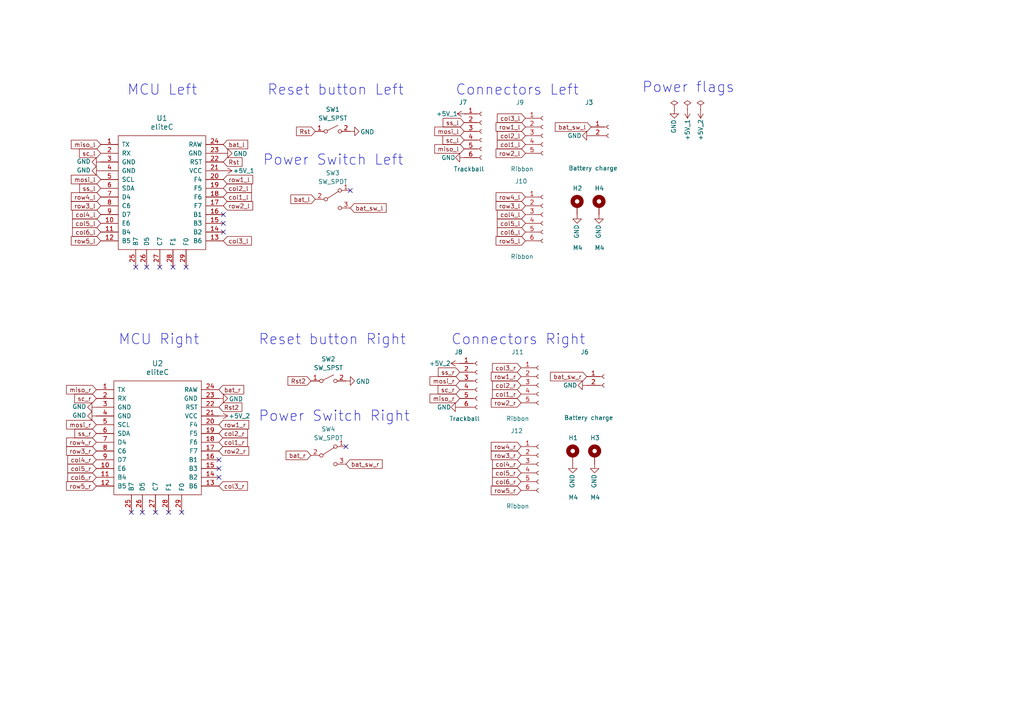
<source format=kicad_sch>
(kicad_sch (version 20250114) (generator "eeschema") (generator_version "9.0")
  (paper "A4")
  (title_block (title "Elite-C holder") (date "2022-02-13") (rev "2.0") (company "BastardKB x KarlK90") (comment 1 "Licensed under CERN-OHL-W v2"))
  (lib_symbols
    (symbol "+5V_1" (power) (pin_names (offset 0))
      (property "Value" "+5V" (at 0 3.556 0))
      (symbol "+5V_1_0_1"
        (polyline (pts (xy -0.762 1.27) (xy 0 2.54)))
        (polyline (pts (xy 0 2.54) (xy 0.762 1.27)))
        (polyline (pts (xy 0 0) (xy 0 2.54)))
      )
      (symbol "+5V_1_1_1"
        (pin power_in line (at 0 0 90) (length 0) (hide yes) (name "+5V") (number "1"))
      )
    )
    (symbol "+5V_2" (power) (pin_names (offset 0))
      (property "Value" "+5V" (at 0 3.556 0))
      (symbol "+5V_2_0_1"
        (polyline (pts (xy -0.762 1.27) (xy 0 2.54)))
        (polyline (pts (xy 0 2.54) (xy 0.762 1.27)))
        (polyline (pts (xy 0 0) (xy 0 2.54)))
      )
      (symbol "+5V_2_1_1"
        (pin power_in line (at 0 0 90) (length 0) (hide yes) (name "+5V") (number "1"))
      )
    )
    (symbol "+5V_3" (power) (pin_names (offset 0))
      (property "Value" "+5V" (at 0 3.556 0))
      (symbol "+5V_3_0_1"
        (polyline (pts (xy -0.762 1.27) (xy 0 2.54)))
        (polyline (pts (xy 0 2.54) (xy 0.762 1.27)))
        (polyline (pts (xy 0 0) (xy 0 2.54)))
      )
      (symbol "+5V_3_1_1"
        (pin power_in line (at 0 0 90) (length 0) (hide yes) (name "+5V") (number "1"))
      )
    )
    (symbol "Connector:Conn_01x02_Female" (pin_names (offset 1.016) (hide yes))
      (property "Reference" "J" (at 0 2.54 0))
      (property "Value" "Conn_01x02_Female" (at 0 -5.08 0))
      (symbol "Conn_01x02_Female_1_1"
        (polyline (pts (xy -1.27 0) (xy -0.508 0)) (stroke (width 0.1524)))
        (polyline (pts (xy -1.27 -2.54) (xy -0.508 -2.54)) (stroke (width 0.1524)))
        (arc (start 0 -0.508) (mid -0.5058 0) (end 0 0.508) (stroke (width 0.1524)))
        (arc (start 0 -3.048) (mid -0.5058 -2.54) (end 0 -2.032) (stroke (width 0.1524)))
        (pin passive line (at -5.08 0 0) (length 3.81) (name "Pin_1") (number "1"))
        (pin passive line (at -5.08 -2.54 0) (length 3.81) (name "Pin_2") (number "2"))
      )
    )
    (symbol "Connector:Conn_01x05_Female" (pin_names (offset 1.016) (hide yes))
      (property "Reference" "J" (at 0 7.62 0))
      (property "Value" "Conn_01x05_Female" (at 0 -7.62 0))
      (symbol "Conn_01x05_Female_1_1"
        (polyline (pts (xy -1.27 5.08) (xy -0.508 5.08)) (stroke (width 0.1524)))
        (polyline (pts (xy -1.27 2.54) (xy -0.508 2.54)) (stroke (width 0.1524)))
        (polyline (pts (xy -1.27 0) (xy -0.508 0)) (stroke (width 0.1524)))
        (polyline (pts (xy -1.27 -2.54) (xy -0.508 -2.54)) (stroke (width 0.1524)))
        (polyline (pts (xy -1.27 -5.08) (xy -0.508 -5.08)) (stroke (width 0.1524)))
        (arc (start 0 4.572) (mid -0.5058 5.08) (end 0 5.588) (stroke (width 0.1524)))
        (arc (start 0 2.032) (mid -0.5058 2.54) (end 0 3.048) (stroke (width 0.1524)))
        (arc (start 0 -0.508) (mid -0.5058 0) (end 0 0.508) (stroke (width 0.1524)))
        (arc (start 0 -3.048) (mid -0.5058 -2.54) (end 0 -2.032) (stroke (width 0.1524)))
        (arc (start 0 -5.588) (mid -0.5058 -5.08) (end 0 -4.572) (stroke (width 0.1524)))
        (pin passive line (at -5.08 5.08 0) (length 3.81) (name "Pin_1") (number "1"))
        (pin passive line (at -5.08 2.54 0) (length 3.81) (name "Pin_2") (number "2"))
        (pin passive line (at -5.08 0 0) (length 3.81) (name "Pin_3") (number "3"))
        (pin passive line (at -5.08 -2.54 0) (length 3.81) (name "Pin_4") (number "4"))
        (pin passive line (at -5.08 -5.08 0) (length 3.81) (name "Pin_5") (number "5"))
      )
    )
    (symbol "Connector:Conn_01x06_Female" (pin_names (offset 1.016) (hide yes))
      (property "Reference" "J" (at 0 7.62 0))
      (property "Value" "Conn_01x06_Female" (at 0 -10.16 0))
      (symbol "Conn_01x06_Female_1_1"
        (polyline (pts (xy -1.27 5.08) (xy -0.508 5.08)) (stroke (width 0.1524)))
        (polyline (pts (xy -1.27 2.54) (xy -0.508 2.54)) (stroke (width 0.1524)))
        (polyline (pts (xy -1.27 0) (xy -0.508 0)) (stroke (width 0.1524)))
        (polyline (pts (xy -1.27 -2.54) (xy -0.508 -2.54)) (stroke (width 0.1524)))
        (polyline (pts (xy -1.27 -5.08) (xy -0.508 -5.08)) (stroke (width 0.1524)))
        (polyline (pts (xy -1.27 -7.62) (xy -0.508 -7.62)) (stroke (width 0.1524)))
        (arc (start 0 4.572) (mid -0.5058 5.08) (end 0 5.588) (stroke (width 0.1524)))
        (arc (start 0 2.032) (mid -0.5058 2.54) (end 0 3.048) (stroke (width 0.1524)))
        (arc (start 0 -0.508) (mid -0.5058 0) (end 0 0.508) (stroke (width 0.1524)))
        (arc (start 0 -3.048) (mid -0.5058 -2.54) (end 0 -2.032) (stroke (width 0.1524)))
        (arc (start 0 -5.588) (mid -0.5058 -5.08) (end 0 -4.572) (stroke (width 0.1524)))
        (arc (start 0 -8.128) (mid -0.5058 -7.62) (end 0 -7.112) (stroke (width 0.1524)))
        (pin passive line (at -5.08 5.08 0) (length 3.81) (name "Pin_1") (number "1"))
        (pin passive line (at -5.08 2.54 0) (length 3.81) (name "Pin_2") (number "2"))
        (pin passive line (at -5.08 0 0) (length 3.81) (name "Pin_3") (number "3"))
        (pin passive line (at -5.08 -2.54 0) (length 3.81) (name "Pin_4") (number "4"))
        (pin passive line (at -5.08 -5.08 0) (length 3.81) (name "Pin_5") (number "5"))
        (pin passive line (at -5.08 -7.62 0) (length 3.81) (name "Pin_6") (number "6"))
      )
    )
    (symbol "Mechanical:MountingHole_Pad" (pin_numbers (hide yes)) (pin_names (offset 1.016) (hide yes))
      (property "Reference" "H" (at 0 6.35 0))
      (property "Value" "MountingHole_Pad" (at 0 4.445 0))
      (symbol "MountingHole_Pad_0_1"
        (circle (center 0 1.27) (radius 1.27) (stroke (width 1.27)))
      )
      (symbol "MountingHole_Pad_1_1"
        (pin input line (at 0 -2.54 90) (length 2.54) (name "1") (number "1"))
      )
    )
    (symbol "Switch:SW_SPDT" (pin_names (offset 0) (hide yes))
      (property "Reference" "SW" (at 0 4.318 0))
      (property "Value" "SW_SPDT" (at 0 -5.08 0))
      (symbol "SW_SPDT_0_0"
        (circle (center -2.032 0) (radius 0.508))
        (circle (center 2.032 -2.54) (radius 0.508))
      )
      (symbol "SW_SPDT_0_1"
        (polyline (pts (xy -1.524 0.254) (xy 1.651 2.286)))
        (circle (center 2.032 2.54) (radius 0.508))
      )
      (symbol "SW_SPDT_1_1"
        (pin passive line (at -5.08 0 0) (length 2.54) (name "B") (number "2"))
        (pin passive line (at 5.08 2.54 180) (length 2.54) (name "A") (number "1"))
        (pin passive line (at 5.08 -2.54 180) (length 2.54) (name "C") (number "3"))
      )
    )
    (symbol "Switch:SW_SPST" (pin_names (offset 0) (hide yes))
      (property "Reference" "SW" (at 0 3.175 0))
      (property "Value" "SW_SPST" (at 0 -2.54 0))
      (symbol "SW_SPST_0_0"
        (circle (center -2.032 0) (radius 0.508))
        (polyline (pts (xy -1.524 0.254) (xy 1.524 1.778)))
        (circle (center 2.032 0) (radius 0.508))
      )
      (symbol "SW_SPST_1_1"
        (pin passive line (at -5.08 0 0) (length 2.54) (name "A") (number "1"))
        (pin passive line (at 5.08 0 180) (length 2.54) (name "B") (number "2"))
      )
    )
    (symbol "elite-C:eliteC" (pin_names (offset 1.016))
      (property "Reference" "U" (at 0 24.13 0))
      (property "Value" "eliteC" (at 0 -13.97 0))
      (symbol "eliteC_0_1"
        (rectangle (start -12.7 21.59) (end 12.7 -11.43))
      )
      (symbol "eliteC_1_1"
        (pin bidirectional line (at -17.78 19.05 0) (length 5.08) (name "TX") (number "1"))
        (pin bidirectional line (at -17.78 16.51 0) (length 5.08) (name "RX") (number "2"))
        (pin power_in line (at -17.78 13.97 0) (length 5.08) (name "GND") (number "3"))
        (pin power_in line (at -17.78 11.43 0) (length 5.08) (name "GND") (number "4"))
        (pin bidirectional line (at -17.78 8.89 0) (length 5.08) (name "SCL") (number "5"))
        (pin bidirectional line (at -17.78 6.35 0) (length 5.08) (name "SDA") (number "6"))
        (pin bidirectional line (at -17.78 3.81 0) (length 5.08) (name "D4") (number "7"))
        (pin bidirectional line (at -17.78 1.27 0) (length 5.08) (name "C6") (number "8"))
        (pin bidirectional line (at -17.78 -1.27 0) (length 5.08) (name "D7") (number "9"))
        (pin bidirectional line (at -17.78 -3.81 0) (length 5.08) (name "E6") (number "10"))
        (pin bidirectional line (at -17.78 -6.35 0) (length 5.08) (name "B4") (number "11"))
        (pin bidirectional line (at -17.78 -8.89 0) (length 5.08) (name "B5") (number "12"))
        (pin bidirectional line (at -7.62 -16.51 90) (length 5.08) (name "B7") (number "25"))
        (pin bidirectional line (at -4.445 -16.51 90) (length 5.08) (name "D5") (number "26"))
        (pin bidirectional line (at -0.635 -16.51 90) (length 5.08) (name "C7") (number "27"))
        (pin bidirectional line (at 3.175 -16.51 90) (length 5.08) (name "F1") (number "28"))
        (pin bidirectional line (at 6.985 -16.51 90) (length 5.08) (name "F0") (number "29"))
        (pin power_out line (at 17.78 19.05 180) (length 5.08) (name "RAW") (number "24"))
        (pin power_in line (at 17.78 16.51 180) (length 5.08) (name "GND") (number "23"))
        (pin input line (at 17.78 13.97 180) (length 5.08) (name "RST") (number "22"))
        (pin power_in line (at 17.78 11.43 180) (length 5.08) (name "VCC") (number "21"))
        (pin bidirectional line (at 17.78 8.89 180) (length 5.08) (name "F4") (number "20"))
        (pin bidirectional line (at 17.78 6.35 180) (length 5.08) (name "F5") (number "19"))
        (pin bidirectional line (at 17.78 3.81 180) (length 5.08) (name "F6") (number "18"))
        (pin bidirectional line (at 17.78 1.27 180) (length 5.08) (name "F7") (number "17"))
        (pin bidirectional line (at 17.78 -1.27 180) (length 5.08) (name "B1") (number "16"))
        (pin bidirectional line (at 17.78 -3.81 180) (length 5.08) (name "B3") (number "15"))
        (pin bidirectional line (at 17.78 -6.35 180) (length 5.08) (name "B2") (number "14"))
        (pin bidirectional line (at 17.78 -8.89 180) (length 5.08) (name "B6") (number "13"))
      )
    )
    (symbol "power:GND" (power) (pin_names (offset 0))
      (property "Value" "GND" (at 0 -3.81 0))
      (symbol "GND_0_1"
        (polyline (pts (xy 0 0) (xy 0 -1.27) (xy 1.27 -1.27) (xy 0 -2.54) (xy -1.27 -1.27) (xy 0 -1.27)))
      )
      (symbol "GND_1_1"
        (pin power_in line (at 0 0 270) (length 0) (hide yes) (name "GND") (number "1"))
      )
    )
    (symbol "power:PWR_FLAG" (power) (pin_numbers (hide yes)) (pin_names (offset 0) (hide yes))
      (property "Value" "PWR_FLAG" (at 0 3.81 0))
      (symbol "PWR_FLAG_0_0"
        (pin power_out line (at 0 0 90) (length 0) (name "~") (number "1"))
      )
      (symbol "PWR_FLAG_0_1"
        (polyline (pts (xy 0 0) (xy 0 1.27) (xy -1.016 1.905) (xy 0 2.54) (xy 1.016 1.905) (xy 0 1.27)))
      )
    )
  )
  (text "Power Switch Right" (at 74.93 122.555 0) (effects (font (size 3 3)) (justify left bottom)))
  (text "Reset button Left" (at 77.47 27.94 0) (effects (font (size 3 3)) (justify left bottom)))
  (text "Power Switch Left" (at 76.2 48.26 0) (effects (font (size 3 3)) (justify left bottom)))
  (text "Connectors Left" (at 132.08 27.94 0) (effects (font (size 3 3)) (justify left bottom)))
  (text "Reset button Right" (at 74.93 100.33 0) (effects (font (size 3 3)) (justify left bottom)))
  (text "MCU Left" (at 36.83 27.94 0) (effects (font (size 3 3)) (justify left bottom)))
  (text "MCU Right" (at 34.29 100.33 0) (effects (font (size 3 3)) (justify left bottom)))
  (text "Power flags\n" (at 186.182 27.178 0) (effects (font (size 3 3)) (justify left bottom)))
  (text "Connectors Right" (at 130.81 100.33 0) (effects (font (size 3 3)) (justify left bottom)))
  (no_connect (at 63.5 138.43))
  (no_connect (at 63.5 135.89))
  (no_connect (at 64.77 64.77))
  (no_connect (at 100.33 129.54))
  (no_connect (at 45.085 148.59))
  (no_connect (at 64.77 62.23))
  (no_connect (at 50.165 77.47))
  (no_connect (at 42.545 77.47))
  (no_connect (at 101.6 55.245))
  (no_connect (at 52.705 148.59))
  (no_connect (at 53.975 77.47))
  (no_connect (at 38.1 148.59))
  (no_connect (at 48.895 148.59))
  (no_connect (at 64.77 67.31))
  (no_connect (at 41.275 148.59))
  (no_connect (at 63.5 133.35))
  (no_connect (at 46.355 77.47))
  (no_connect (at 39.37 77.47))
  (wire (pts (xy 134.62 33.02) (xy 135.128 33.02)))
  (global_label "sc_l" (shape input) (at 134.62 40.64 180) (property "Intersheetrefs" "${INTERSHEET_REFS}" (effects (hide yes))))
  (global_label "ss_r" (shape input) (at 133.35 107.95 180) (property "Intersheetrefs" "${INTERSHEET_REFS}" (effects (hide yes))))
  (global_label "col2_r" (shape input) (at 63.5 125.73 0) (property "Intersheetrefs" "${INTERSHEET_REFS}" (effects (hide yes))))
  (global_label "row4_r" (shape input) (at 27.94 128.27 180) (property "Intersheetrefs" "${INTERSHEET_REFS}" (effects (hide yes))))
  (global_label "ss_r" (shape input) (at 27.94 125.73 180) (property "Intersheetrefs" "${INTERSHEET_REFS}" (effects (hide yes))))
  (global_label "col5_l" (shape input) (at 29.21 64.77 180) (property "Intersheetrefs" "${INTERSHEET_REFS}" (effects (hide yes))))
  (global_label "col6_l" (shape input) (at 152.4 67.31 180) (property "Intersheetrefs" "${INTERSHEET_REFS}" (effects (hide yes))))
  (global_label "bat_sw_r" (shape input) (at 100.33 134.62 0) (property "Intersheetrefs" "${INTERSHEET_REFS}" (effects (hide yes))))
  (global_label "row2_l" (shape input) (at 64.77 59.69 0) (property "Intersheetrefs" "${INTERSHEET_REFS}" (effects (hide yes))))
  (global_label "col1_l" (shape input) (at 64.77 57.15 0) (property "Intersheetrefs" "${INTERSHEET_REFS}" (effects (hide yes))))
  (global_label "row1_r" (shape input) (at 63.5 123.19 0) (property "Intersheetrefs" "${INTERSHEET_REFS}" (effects (hide yes))))
  (global_label "mosi_r" (shape input) (at 27.94 123.19 180) (property "Intersheetrefs" "${INTERSHEET_REFS}" (effects (hide yes))))
  (global_label "row3_r" (shape input) (at 27.94 130.81 180) (property "Intersheetrefs" "${INTERSHEET_REFS}" (effects (hide yes))))
  (global_label "col1_l" (shape input) (at 152.4 41.91 180) (property "Intersheetrefs" "${INTERSHEET_REFS}" (effects (hide yes))))
  (global_label "col4_r" (shape input) (at 27.94 133.35 180) (property "Intersheetrefs" "${INTERSHEET_REFS}" (effects (hide yes))))
  (global_label "mosi_r" (shape input) (at 133.35 110.49 180) (property "Intersheetrefs" "${INTERSHEET_REFS}" (effects (hide yes))))
  (global_label "row3_l" (shape input) (at 29.21 59.69 180) (property "Intersheetrefs" "${INTERSHEET_REFS}" (effects (hide yes))))
  (global_label "row4_l" (shape input) (at 29.21 57.15 180) (property "Intersheetrefs" "${INTERSHEET_REFS}" (effects (hide yes))))
  (global_label "col6_r" (shape input) (at 27.94 138.43 180) (property "Intersheetrefs" "${INTERSHEET_REFS}" (effects (hide yes))))
  (global_label "col2_l" (shape input) (at 64.77 54.61 0) (property "Intersheetrefs" "${INTERSHEET_REFS}" (effects (hide yes))))
  (global_label "row2_r" (shape input) (at 63.5 130.81 0) (property "Intersheetrefs" "${INTERSHEET_REFS}" (effects (hide yes))))
  (global_label "Rst2" (shape input) (at 63.5 118.11 0) (property "Intersheetrefs" "${INTERSHEET_REFS}" (effects (hide yes))))
  (global_label "col5_r" (shape input) (at 27.94 135.89 180) (property "Intersheetrefs" "${INTERSHEET_REFS}" (effects (hide yes))))
  (global_label "row5_l" (shape input) (at 29.21 69.85 180) (property "Intersheetrefs" "${INTERSHEET_REFS}" (effects (hide yes))))
  (global_label "miso_r" (shape input) (at 27.94 113.03 180) (property "Intersheetrefs" "${INTERSHEET_REFS}" (effects (hide yes))))
  (global_label "row1_r" (shape input) (at 151.13 109.22 180) (property "Intersheetrefs" "${INTERSHEET_REFS}" (effects (hide yes))))
  (global_label "row2_r" (shape input) (at 151.13 116.84 180) (property "Intersheetrefs" "${INTERSHEET_REFS}" (effects (hide yes))))
  (global_label "row5_l" (shape input) (at 152.4 69.85 180) (property "Intersheetrefs" "${INTERSHEET_REFS}" (effects (hide yes))))
  (global_label "bat_l" (shape input) (at 64.77 41.91 0) (property "Intersheetrefs" "${INTERSHEET_REFS}" (effects (hide yes))))
  (global_label "col5_l" (shape input) (at 152.4 64.77 180) (property "Intersheetrefs" "${INTERSHEET_REFS}" (effects (hide yes))))
  (global_label "row4_r" (shape input) (at 151.13 129.54 180) (property "Intersheetrefs" "${INTERSHEET_REFS}" (effects (hide yes))))
  (global_label "Rst" (shape input) (at 91.44 38.1 180) (property "Intersheetrefs" "${INTERSHEET_REFS}" (effects (hide yes))))
  (global_label "bat_sw_r" (shape input) (at 170.18 109.22 180) (property "Intersheetrefs" "${INTERSHEET_REFS}" (effects (hide yes))))
  (global_label "bat_r" (shape input) (at 90.17 132.08 180) (property "Intersheetrefs" "${INTERSHEET_REFS}" (effects (hide yes))))
  (global_label "bat_sw_l" (shape input) (at 171.45 36.83 180) (property "Intersheetrefs" "${INTERSHEET_REFS}" (effects (hide yes))))
  (global_label "row1_l" (shape input) (at 152.4 36.83 180) (property "Intersheetrefs" "${INTERSHEET_REFS}" (effects (hide yes))))
  (global_label "col1_r" (shape input) (at 151.13 114.3 180) (property "Intersheetrefs" "${INTERSHEET_REFS}" (effects (hide yes))))
  (global_label "col3_l" (shape input) (at 64.77 69.85 0) (property "Intersheetrefs" "${INTERSHEET_REFS}" (effects (hide yes))))
  (global_label "col4_r" (shape input) (at 151.13 134.62 180) (property "Intersheetrefs" "${INTERSHEET_REFS}" (effects (hide yes))))
  (global_label "col3_r" (shape input) (at 151.13 106.68 180) (property "Intersheetrefs" "${INTERSHEET_REFS}" (effects (hide yes))))
  (global_label "bat_sw_l" (shape input) (at 101.6 60.325 0) (property "Intersheetrefs" "${INTERSHEET_REFS}" (effects (hide yes))))
  (global_label "ss_l" (shape input) (at 29.21 54.61 180) (property "Intersheetrefs" "${INTERSHEET_REFS}" (effects (hide yes))))
  (global_label "miso_l" (shape input) (at 29.21 41.91 180) (property "Intersheetrefs" "${INTERSHEET_REFS}" (effects (hide yes))))
  (global_label "row2_l" (shape input) (at 152.4 44.45 180) (property "Intersheetrefs" "${INTERSHEET_REFS}" (effects (hide yes))))
  (global_label "row5_r" (shape input) (at 151.13 142.24 180) (property "Intersheetrefs" "${INTERSHEET_REFS}" (effects (hide yes))))
  (global_label "sc_l" (shape input) (at 29.21 44.45 180) (property "Intersheetrefs" "${INTERSHEET_REFS}" (effects (hide yes))))
  (global_label "col5_r" (shape input) (at 151.13 137.16 180) (property "Intersheetrefs" "${INTERSHEET_REFS}" (effects (hide yes))))
  (global_label "col6_l" (shape input) (at 29.21 67.31 180) (property "Intersheetrefs" "${INTERSHEET_REFS}" (effects (hide yes))))
  (global_label "row3_l" (shape input) (at 152.4 59.69 180) (property "Intersheetrefs" "${INTERSHEET_REFS}" (effects (hide yes))))
  (global_label "ss_l" (shape input) (at 134.62 35.56 180) (property "Intersheetrefs" "${INTERSHEET_REFS}" (effects (hide yes))))
  (global_label "miso_r" (shape input) (at 133.35 115.57 180) (property "Intersheetrefs" "${INTERSHEET_REFS}" (effects (hide yes))))
  (global_label "row1_l" (shape input) (at 64.77 52.07 0) (property "Intersheetrefs" "${INTERSHEET_REFS}" (effects (hide yes))))
  (global_label "col3_l" (shape input) (at 152.4 34.29 180) (property "Intersheetrefs" "${INTERSHEET_REFS}" (effects (hide yes))))
  (global_label "col3_r" (shape input) (at 63.5 140.97 0) (property "Intersheetrefs" "${INTERSHEET_REFS}" (effects (hide yes))))
  (global_label "Rst2" (shape input) (at 90.17 110.49 180) (property "Intersheetrefs" "${INTERSHEET_REFS}" (effects (hide yes))))
  (global_label "bat_r" (shape input) (at 63.5 113.03 0) (property "Intersheetrefs" "${INTERSHEET_REFS}" (effects (hide yes))))
  (global_label "Rst" (shape input) (at 64.77 46.99 0) (property "Intersheetrefs" "${INTERSHEET_REFS}" (effects (hide yes))))
  (global_label "row4_l" (shape input) (at 152.4 57.15 180) (property "Intersheetrefs" "${INTERSHEET_REFS}" (effects (hide yes))))
  (global_label "col1_r" (shape input) (at 63.5 128.27 0) (property "Intersheetrefs" "${INTERSHEET_REFS}" (effects (hide yes))))
  (global_label "col6_r" (shape input) (at 151.13 139.7 180) (property "Intersheetrefs" "${INTERSHEET_REFS}" (effects (hide yes))))
  (global_label "row5_r" (shape input) (at 27.94 140.97 180) (property "Intersheetrefs" "${INTERSHEET_REFS}" (effects (hide yes))))
  (global_label "mosi_l" (shape input) (at 29.21 52.07 180) (property "Intersheetrefs" "${INTERSHEET_REFS}" (effects (hide yes))))
  (global_label "sc_r" (shape input) (at 27.94 115.57 180) (property "Intersheetrefs" "${INTERSHEET_REFS}" (effects (hide yes))))
  (global_label "col2_r" (shape input) (at 151.13 111.76 180) (property "Intersheetrefs" "${INTERSHEET_REFS}" (effects (hide yes))))
  (global_label "sc_r" (shape input) (at 133.35 113.03 180) (property "Intersheetrefs" "${INTERSHEET_REFS}" (effects (hide yes))))
  (global_label "bat_l" (shape input) (at 91.44 57.785 180) (property "Intersheetrefs" "${INTERSHEET_REFS}" (effects (hide yes))))
  (global_label "miso_l" (shape input) (at 134.62 43.18 180) (property "Intersheetrefs" "${INTERSHEET_REFS}" (effects (hide yes))))
  (global_label "row3_r" (shape input) (at 151.13 132.08 180) (property "Intersheetrefs" "${INTERSHEET_REFS}" (effects (hide yes))))
  (global_label "col4_l" (shape input) (at 152.4 62.23 180) (property "Intersheetrefs" "${INTERSHEET_REFS}" (effects (hide yes))))
  (global_label "mosi_l" (shape input) (at 134.62 38.1 180) (property "Intersheetrefs" "${INTERSHEET_REFS}" (effects (hide yes))))
  (global_label "col2_l" (shape input) (at 152.4 39.37 180) (property "Intersheetrefs" "${INTERSHEET_REFS}" (effects (hide yes))))
  (global_label "col4_l" (shape input) (at 29.21 62.23 180) (property "Intersheetrefs" "${INTERSHEET_REFS}" (effects (hide yes))))
  (symbol (lib_id "power:GND") (at 27.94 118.11 270) (unit 1)
    (property "Reference" "#PWR0101" (effects (hide yes)))
    (property "Value" "GND" (at 20.9551 117.954 90) (effects (justify left)))
  )
  (symbol (lib_id "Switch:SW_SPST") (at 96.52 38.1 0) (unit 1)
    (property "Reference" "SW1" (at 96.52 31.75 0))
    (property "Value" "SW_SPST" (at 96.52 34.29 0))
    (property "Footprint" "Library:PushSwitch" (effects (hide yes)))
  )
  (symbol (lib_id "elite-C:eliteC") (at 46.99 60.96 0) (unit 1)
    (property "Reference" "U1" (at 46.99 34.29 0) (effects (font (size 1.524 1.524))))
    (property "Value" "eliteC" (at 46.99 36.83 0) (effects (font (size 1.524 1.524))))
    (property "Footprint" "Library:Elite-C" (effects (hide yes)))
  )
  (symbol (lib_id "Connector:Conn_01x05_Female") (at 156.21 111.76 0) (unit 1)
    (property "Reference" "J11" (at 148.336 102.108 0) (effects (justify left)))
    (property "Value" "Ribbon" (at 146.812 121.412 0) (effects (justify left)))
    (property "Footprint" "Library:5_PinHeader" (effects (hide yes)))
  )
  (symbol (lib_id "power:GND") (at 101.6 38.1 90) (unit 1)
    (property "Reference" "#PWR0120" (effects (hide yes)))
    (property "Value" "GND" (at 108.5849 38.256 90) (effects (justify left)))
  )
  (symbol (lib_id "Mechanical:MountingHole_Pad") (at 167.386 59.69 0) (unit 1)
    (property "Reference" "H2" (at 166.116 54.61 0) (effects (justify left)))
    (property "Value" "M4" (at 166.116 71.882 0) (effects (justify left)))
    (property "Footprint" "Library:MountingHole_4mm_Pad_thin" (effects (hide yes)))
  )
  (symbol (lib_id "Connector:Conn_01x06_Female") (at 156.21 134.62 0) (unit 1)
    (property "Reference" "J12" (at 148.082 124.968 0) (effects (justify left)))
    (property "Value" "Ribbon" (at 146.812 146.812 0) (effects (justify left)))
    (property "Footprint" "Library:6_PinHeader" (effects (hide yes)))
  )
  (symbol (lib_name "+5V_3") (lib_id "power:+5V") (at 133.35 105.41 90) (unit 1)
    (property "Reference" "#PWR02" (effects (hide yes)))
    (property "Value" "+5V_2" (at 124.46 105.41 90) (effects (justify right)))
  )
  (symbol (lib_id "elite-C:eliteC") (at 45.72 132.08 0) (unit 1)
    (property "Reference" "U2" (at 45.72 105.41 0) (effects (font (size 1.524 1.524))))
    (property "Value" "eliteC" (at 45.72 107.95 0) (effects (font (size 1.524 1.524))))
    (property "Footprint" "Library:Elite-C" (effects (hide yes)))
  )
  (symbol (lib_name "+5V_1") (lib_id "power:+5V") (at 199.39 31.75 180) (unit 1)
    (property "Reference" "#PWR07" (effects (hide yes)))
    (property "Value" "+5V_1" (at 199.39 34.544 90) (effects (justify left)))
  )
  (symbol (lib_id "power:GND") (at 100.33 110.49 90) (unit 1)
    (property "Reference" "#PWR0109" (effects (hide yes)))
    (property "Value" "GND" (at 107.3149 110.646 90) (effects (justify left)))
  )
  (symbol (lib_id "power:PWR_FLAG") (at 195.58 31.75 0) (unit 1)
    (property "Reference" "#FLG01" (effects (hide yes)))
    (property "Value" "PWR_FLAG" (effects (hide yes)))
    (property "Description" "Special symbol for telling ERC where power comes from" (effects (hide yes)))
  )
  (symbol (lib_id "Connector:Conn_01x06_Female") (at 138.43 110.49 0) (unit 1)
    (property "Reference" "J8" (at 131.826 102.108 0) (effects (justify left)))
    (property "Value" "Trackball" (at 130.302 121.412 0) (effects (justify left)))
    (property "Footprint" "Library:6_PinHeader" (effects (hide yes)))
  )
  (symbol (lib_name "+5V_3") (lib_id "power:+5V") (at 135.128 33.02 90) (unit 1)
    (property "Reference" "#PWR0115" (effects (hide yes)))
    (property "Value" "+5V_1" (at 126.492 33.02 90) (effects (justify right)))
  )
  (symbol (lib_id "power:GND") (at 64.77 44.45 90) (unit 1)
    (property "Reference" "#PWR0117" (effects (hide yes)))
    (property "Value" "GND" (at 71.7549 44.606 90) (effects (justify left)))
  )
  (symbol (lib_id "power:GND") (at 170.18 111.76 270) (unit 1)
    (property "Reference" "#PWR06" (effects (hide yes)))
    (property "Value" "GND" (at 163.322 111.76 90) (effects (justify left)))
  )
  (symbol (lib_id "power:GND") (at 195.58 31.75 0) (unit 1)
    (property "Reference" "#PWR04" (effects (hide yes)))
    (property "Value" "GND" (at 195.424 38.7349 90) (effects (justify left)))
  )
  (symbol (lib_id "power:GND") (at 167.386 62.23 0) (unit 1)
    (property "Reference" "#PWR0129" (effects (hide yes)))
    (property "Value" "GND" (at 167.23 69.2149 90) (effects (justify left)))
  )
  (symbol (lib_name "+5V_2") (lib_id "power:+5V") (at 203.2 31.75 180) (unit 1)
    (property "Reference" "#PWR08" (effects (hide yes)))
    (property "Value" "+5V_2" (at 203.2 34.544 90) (effects (justify left)))
  )
  (symbol (lib_id "power:GND") (at 171.45 39.37 270) (unit 1)
    (property "Reference" "#PWR0108" (effects (hide yes)))
    (property "Value" "GND" (at 164.592 39.37 90) (effects (justify left)))
  )
  (symbol (lib_id "Mechanical:MountingHole_Pad") (at 173.736 59.69 0) (unit 1)
    (property "Reference" "H4" (at 172.466 54.61 0) (effects (justify left)))
    (property "Value" "M4" (at 172.466 71.882 0) (effects (justify left)))
    (property "Footprint" "Library:MountingHole_4mm_Pad_thin" (effects (hide yes)))
  )
  (symbol (lib_id "power:GND") (at 63.5 115.57 90) (unit 1)
    (property "Reference" "#PWR0112" (effects (hide yes)))
    (property "Value" "GND" (at 70.4849 115.726 90) (effects (justify left)))
  )
  (symbol (lib_id "Connector:Conn_01x02_Female") (at 176.53 36.83 0) (unit 1)
    (property "Reference" "J3" (at 169.672 29.718 0) (effects (justify left)))
    (property "Value" "Battery charge" (at 164.846 48.768 0) (effects (justify left)))
    (property "Footprint" "Connector_JST:JST_PH_B2B-PH-K_1x02_P2.00mm_Vertical" (effects (hide yes)))
  )
  (symbol (lib_id "power:GND") (at 27.94 120.65 270) (unit 1)
    (property "Reference" "#PWR0107" (effects (hide yes)))
    (property "Value" "GND" (at 20.9551 120.494 90) (effects (justify left)))
  )
  (symbol (lib_id "Mechanical:MountingHole_Pad") (at 166.116 132.08 0) (unit 1)
    (property "Reference" "H1" (at 164.846 127 0) (effects (justify left)))
    (property "Value" "M4" (at 164.846 144.272 0) (effects (justify left)))
    (property "Footprint" "Library:MountingHole_4mm_Pad_thin" (effects (hide yes)))
  )
  (symbol (lib_id "power:GND") (at 166.116 134.62 0) (unit 1)
    (property "Reference" "#PWR03" (effects (hide yes)))
    (property "Value" "GND" (at 165.96 141.6049 90) (effects (justify left)))
  )
  (symbol (lib_id "Switch:SW_SPST") (at 95.25 110.49 0) (unit 1)
    (property "Reference" "SW2" (at 95.25 104.14 0))
    (property "Value" "SW_SPST" (at 95.25 106.68 0))
    (property "Footprint" "Library:PushSwitch" (effects (hide yes)))
  )
  (symbol (lib_id "power:GND") (at 172.466 134.62 0) (unit 1)
    (property "Reference" "#PWR05" (effects (hide yes)))
    (property "Value" "GND" (at 172.31 141.6049 90) (effects (justify left)))
  )
  (symbol (lib_id "Connector:Conn_01x02_Female") (at 175.26 109.22 0) (unit 1)
    (property "Reference" "J6" (at 168.402 102.108 0) (effects (justify left)))
    (property "Value" "Battery charge" (at 163.576 121.158 0) (effects (justify left)))
    (property "Footprint" "Connector_JST:JST_PH_B2B-PH-K_1x02_P2.00mm_Vertical" (effects (hide yes)))
  )
  (symbol (lib_id "Switch:SW_SPDT") (at 96.52 57.785 0) (unit 1)
    (property "Reference" "SW3" (at 96.52 50.165 0))
    (property "Value" "SW_SPDT" (at 96.52 52.705 0))
    (property "Footprint" "Library:SW_SPDT+H-MSK12C01_hor(7pin_SMD)" (effects (hide yes)))
  )
  (symbol (lib_name "+5V_2") (lib_id "power:+5V") (at 63.5 120.65 270) (unit 1)
    (property "Reference" "#PWR0113" (effects (hide yes)))
    (property "Value" "+5V_2" (at 66.294 120.65 90) (effects (justify left)))
  )
  (symbol (lib_name "+5V_1") (lib_id "power:+5V") (at 64.77 49.53 270) (unit 1)
    (property "Reference" "#PWR0116" (effects (hide yes)))
    (property "Value" "+5V_1" (at 67.564 49.53 90) (effects (justify left)))
  )
  (symbol (lib_id "Connector:Conn_01x05_Female") (at 157.48 39.37 0) (unit 1)
    (property "Reference" "J9" (at 149.606 29.718 0) (effects (justify left)))
    (property "Value" "Ribbon" (at 148.082 49.022 0) (effects (justify left)))
    (property "Footprint" "Library:5_PinHeader" (effects (hide yes)))
  )
  (symbol (lib_id "power:GND") (at 133.35 118.11 270) (unit 1)
    (property "Reference" "#PWR01" (effects (hide yes)))
    (property "Value" "GND" (at 126.746 118.11 90) (effects (justify left)))
  )
  (symbol (lib_id "Mechanical:MountingHole_Pad") (at 172.466 132.08 0) (unit 1)
    (property "Reference" "H3" (at 171.196 127 0) (effects (justify left)))
    (property "Value" "M4" (at 171.196 144.272 0) (effects (justify left)))
    (property "Footprint" "Library:MountingHole_4mm_Pad_thin" (effects (hide yes)))
  )
  (symbol (lib_id "Connector:Conn_01x06_Female") (at 139.7 38.1 0) (unit 1)
    (property "Reference" "J7" (at 133.096 29.718 0) (effects (justify left)))
    (property "Value" "Trackball" (at 131.572 49.022 0) (effects (justify left)))
    (property "Footprint" "Library:6_PinHeader" (effects (hide yes)))
  )
  (symbol (lib_id "Switch:SW_SPDT") (at 95.25 132.08 0) (unit 1)
    (property "Reference" "SW4" (at 95.25 124.46 0))
    (property "Value" "SW_SPDT" (at 95.25 127 0))
    (property "Footprint" "Library:SW_SPDT+H-MSK12C01_hor(7pin_SMD)" (effects (hide yes)))
  )
  (symbol (lib_id "power:GND") (at 173.736 62.23 0) (unit 1)
    (property "Reference" "#PWR0130" (effects (hide yes)))
    (property "Value" "GND" (at 173.58 69.2149 90) (effects (justify left)))
  )
  (symbol (lib_id "power:PWR_FLAG") (at 203.2 31.75 0) (unit 1)
    (property "Reference" "#FLG03" (effects (hide yes)))
    (property "Value" "PWR_FLAG" (effects (hide yes)))
    (property "Description" "Special symbol for telling ERC where power comes from" (effects (hide yes)))
  )
  (symbol (lib_id "power:PWR_FLAG") (at 199.39 31.75 0) (unit 1)
    (property "Reference" "#FLG02" (effects (hide yes)))
    (property "Value" "PWR_FLAG" (effects (hide yes)))
    (property "Description" "Special symbol for telling ERC where power comes from" (effects (hide yes)))
  )
  (symbol (lib_id "power:GND") (at 134.62 45.72 270) (unit 1)
    (property "Reference" "#PWR0114" (effects (hide yes)))
    (property "Value" "GND" (at 128.016 45.72 90) (effects (justify left)))
  )
  (symbol (lib_id "Connector:Conn_01x06_Female") (at 157.48 62.23 0) (unit 1)
    (property "Reference" "J10" (at 149.352 52.578 0) (effects (justify left)))
    (property "Value" "Ribbon" (at 148.082 74.422 0) (effects (justify left)))
    (property "Footprint" "Library:6_PinHeader" (effects (hide yes)))
  )
  (symbol (lib_id "power:GND") (at 29.21 46.99 270) (unit 1)
    (property "Reference" "#PWR0118" (effects (hide yes)))
    (property "Value" "GND" (at 22.2251 46.834 90) (effects (justify left)))
  )
  (symbol (lib_id "power:GND") (at 29.21 49.53 270) (unit 1)
    (property "Reference" "#PWR0119" (effects (hide yes)))
    (property "Value" "GND" (at 22.2251 49.374 90) (effects (justify left)))
  )
)
</source>
